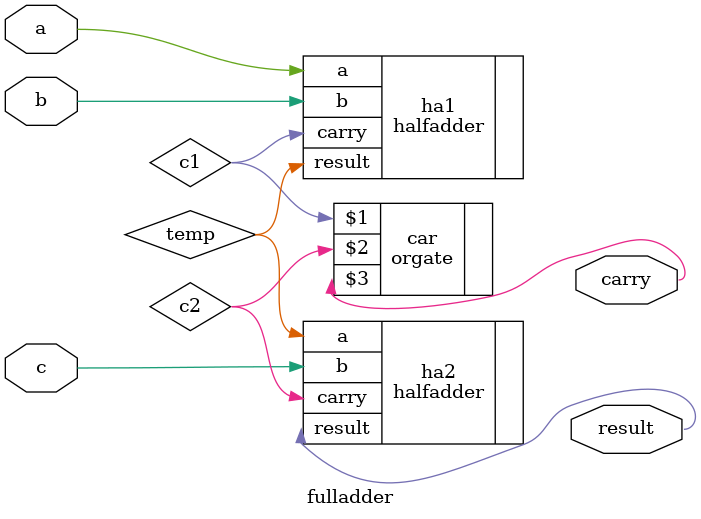
<source format=v>
module fulladder(a,b,c,result,carry);
input a,b,c;
output result,carry;
wire c1,c2,temp;
halfadder ha1(.a(a),.b(b),.result(temp),.carry(c1));
halfadder ha2(.a(temp),.b(c),.result(result),.carry(c2));
orgate car(c1,c2,carry);
endmodule
</source>
